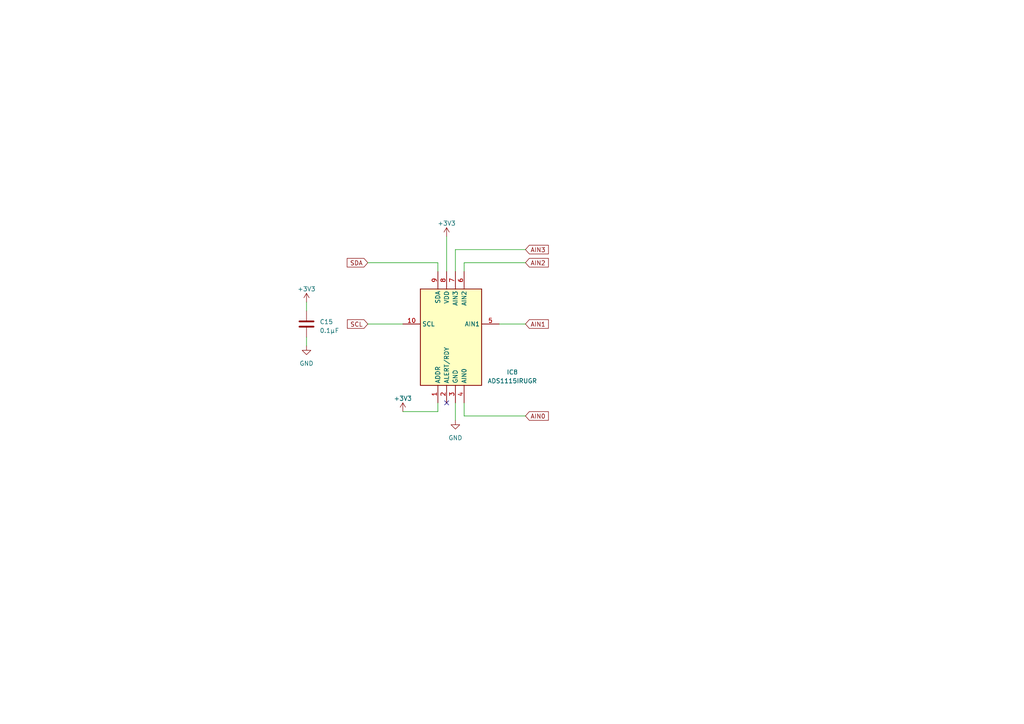
<source format=kicad_sch>
(kicad_sch (version 20250114) (generator "eeschema") (generator_version "9.0")
  (paper "A4")
  (lib_symbols
    (symbol "ADS1115IRUGR:ADS1115IRUGR"
      (property "Reference" "IC" (at 24.13 15.24 0))
      (property "Value" "ADS1115IRUGR" (at 24.13 12.7 0))
      (symbol "ADS1115IRUGR_1_1"
        (rectangle (start 5.08 10.16) (end 22.86 -17.78) (stroke (width 0.254)) (fill (type background)))
        (pin passive line (at 0 0 0) (length 5.08) (name "SCL") (number "10"))
        (pin passive line (at 10.16 15.24 270) (length 5.08) (name "SDA") (number "9"))
        (pin passive line (at 10.16 -22.86 90) (length 5.08) (name "ADDR") (number "1"))
        (pin passive line (at 12.7 15.24 270) (length 5.08) (name "VDD") (number "8"))
        (pin passive line (at 12.7 -22.86 90) (length 5.08) (name "ALERT/RDY") (number "2"))
        (pin passive line (at 15.24 15.24 270) (length 5.08) (name "AIN3") (number "7"))
        (pin passive line (at 15.24 -22.86 90) (length 5.08) (name "GND") (number "3"))
        (pin passive line (at 17.78 15.24 270) (length 5.08) (name "AIN2") (number "6"))
        (pin passive line (at 17.78 -22.86 90) (length 5.08) (name "AIN0") (number "4"))
        (pin passive line (at 27.94 0 180) (length 5.08) (name "AIN1") (number "5"))
      )
    )
    (symbol "Device:C" (pin_numbers (hide yes)) (pin_names (offset 0.254))
      (property "Reference" "C" (at 0.635 2.54 0))
      (property "Value" "C" (at 0.635 -2.54 0))
      (symbol "C_0_1"
        (polyline (pts (xy -2.032 0.762) (xy 2.032 0.762)) (stroke (width 0.508)))
        (polyline (pts (xy -2.032 -0.762) (xy 2.032 -0.762)) (stroke (width 0.508)))
      )
      (symbol "C_1_1"
        (pin passive line (at 0 3.81 270) (length 2.794) (name "~") (number "1"))
        (pin passive line (at 0 -3.81 90) (length 2.794) (name "~") (number "2"))
      )
    )
    (symbol "power:+3V3" (power) (pin_names (offset 0))
      (property "Value" "+3V3" (at 0 3.556 0))
      (symbol "+3V3_0_1"
        (polyline (pts (xy -0.762 1.27) (xy 0 2.54)))
        (polyline (pts (xy 0 2.54) (xy 0.762 1.27)))
        (polyline (pts (xy 0 0) (xy 0 2.54)))
      )
      (symbol "+3V3_1_1"
        (pin power_in line (at 0 0 90) (length 0) (hide yes) (name "+3V3") (number "1"))
      )
    )
    (symbol "power:GND" (power) (pin_names (offset 0))
      (property "Value" "GND" (at 0 -3.81 0))
      (symbol "GND_0_1"
        (polyline (pts (xy 0 0) (xy 0 -1.27) (xy 1.27 -1.27) (xy 0 -2.54) (xy -1.27 -1.27) (xy 0 -1.27)))
      )
      (symbol "GND_1_1"
        (pin power_in line (at 0 0 270) (length 0) (hide yes) (name "GND") (number "1"))
      )
    )
  )
  (no_connect (at 129.54 116.84))
  (wire (pts (xy 132.08 72.39) (xy 152.4 72.39)))
  (wire (pts (xy 88.9 97.79) (xy 88.9 100.33)))
  (wire (pts (xy 127 78.74) (xy 127 76.2)))
  (wire (pts (xy 134.62 116.84) (xy 134.62 120.65)))
  (wire (pts (xy 129.54 68.58) (xy 129.54 78.74)))
  (wire (pts (xy 134.62 78.74) (xy 134.62 76.2)))
  (wire (pts (xy 132.08 116.84) (xy 132.08 121.92)))
  (wire (pts (xy 144.78 93.98) (xy 152.4 93.98)))
  (wire (pts (xy 134.62 76.2) (xy 152.4 76.2)))
  (wire (pts (xy 134.62 120.65) (xy 152.4 120.65)))
  (wire (pts (xy 106.68 93.98) (xy 116.84 93.98)))
  (wire (pts (xy 127 116.84) (xy 127 119.38)))
  (wire (pts (xy 88.9 87.63) (xy 88.9 90.17)))
  (wire (pts (xy 132.08 78.74) (xy 132.08 72.39)))
  (wire (pts (xy 116.84 119.38) (xy 127 119.38)))
  (wire (pts (xy 106.68 76.2) (xy 127 76.2)))
  (global_label "AIN1" (shape input) (at 152.4 93.98 0) (property "Intersheetrefs" "${INTERSHEET_REFS}" (effects (hide yes))))
  (global_label "AIN3" (shape input) (at 152.4 72.39 0) (property "Intersheetrefs" "${INTERSHEET_REFS}" (effects (hide yes))))
  (global_label "SCL" (shape input) (at 106.68 93.98 180) (property "Intersheetrefs" "${INTERSHEET_REFS}" (effects (hide yes))))
  (global_label "SDA" (shape input) (at 106.68 76.2 180) (property "Intersheetrefs" "${INTERSHEET_REFS}" (effects (hide yes))))
  (global_label "AIN0" (shape input) (at 152.4 120.65 0) (property "Intersheetrefs" "${INTERSHEET_REFS}" (effects (hide yes))))
  (global_label "AIN2" (shape input) (at 152.4 76.2 0) (property "Intersheetrefs" "${INTERSHEET_REFS}" (effects (hide yes))))
  (symbol (lib_id "power:GND") (at 132.08 121.92 0) (unit 1)
    (property "Reference" "#PWR040" (effects (hide yes)))
    (property "Value" "GND" (at 132.08 127 0))
  )
  (symbol (lib_id "Device:C") (at 88.9 93.98 0) (unit 1)
    (property "Reference" "C15" (at 92.71 93.345 0) (effects (justify left)))
    (property "Value" "0.1µF" (at 92.71 95.885 0) (effects (justify left)))
    (property "Footprint" "Capacitor_SMD:C_0402_1005Metric" (effects (hide yes)))
  )
  (symbol (lib_id "power:GND") (at 88.9 100.33 0) (unit 1)
    (property "Reference" "#PWR036" (effects (hide yes)))
    (property "Value" "GND" (at 88.9 105.41 0))
  )
  (symbol (lib_id "power:+3V3") (at 129.54 68.58 0) (unit 1)
    (property "Reference" "#PWR041" (effects (hide yes)))
    (property "Value" "+3V3" (at 129.54 64.77 0))
  )
  (symbol (lib_id "power:+3V3") (at 88.9 87.63 0) (unit 1)
    (property "Reference" "#PWR035" (effects (hide yes)))
    (property "Value" "+3V3" (at 88.9 83.82 0))
  )
  (symbol (lib_id "power:+3V3") (at 116.84 119.38 0) (unit 1)
    (property "Reference" "#PWR082" (effects (hide yes)))
    (property "Value" "+3V3" (at 116.84 115.57 0))
  )
  (symbol (lib_id "ADS1115IRUGR:ADS1115IRUGR") (at 116.84 93.98 0) (unit 1)
    (property "Reference" "IC8" (at 148.59 107.95 0))
    (property "Value" "ADS1115IRUGR" (at 148.59 110.49 0))
    (property "Footprint" "ADS1115IRUGR" (effects (hide yes)))
    (property "Datasheet" "https://www.ti.com/lit/ds/symlink/ads1115.pdf?ts=1601235703022&ref_url=https%253A%252F%252Fwww.ti.com%252Fproduct%252FADS1115%253FkeyMatch%253DADS1115IRUGR%2526tisearch%253DSearch-EN-everything%2526usecase%253DOPN" (effects (hide yes)))
    (property "Height" "0.4" (effects (hide yes)))
    (property "Manufacturer_Name" "Texas Instruments" (effects (hide yes)))
    (property "Manufacturer_Part_Number" "ADS1115IRUGR" (effects (hide yes)))
    (property "Mouser Part Number" "595-ADS1115IRUGR" (effects (hide yes)))
    (property "Mouser Price/Stock" "https://www.mouser.co.uk/ProductDetail/Texas-Instruments/ADS1115IRUGR?qs=IK5e5L0zOXhqw%2F8AHSSbuA%3D%3D" (effects (hide yes)))
    (property "Arrow Part Number" "ADS1115IRUGR" (effects (hide yes)))
    (property "Arrow Price/Stock" "https://www.arrow.com/en/products/ads1115irugr/texas-instruments?utm_currency=USD&region=nac" (effects (hide yes)))
  )
)
</source>
